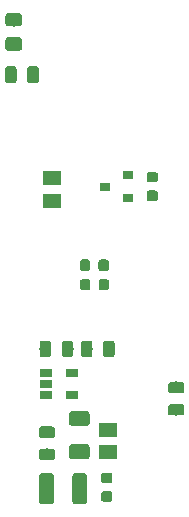
<source format=gtp>
G04 #@! TF.GenerationSoftware,KiCad,Pcbnew,(5.99.0-168-g9990dcc1b)*
G04 #@! TF.CreationDate,2019-12-17T14:25:06+03:00*
G04 #@! TF.ProjectId,SmartPartsIONBoard,536d6172-7450-4617-9274-73494f4e426f,rev?*
G04 #@! TF.SameCoordinates,Original*
G04 #@! TF.FileFunction,Paste,Top*
G04 #@! TF.FilePolarity,Positive*
%FSLAX46Y46*%
G04 Gerber Fmt 4.6, Leading zero omitted, Abs format (unit mm)*
G04 Created by KiCad (PCBNEW (5.99.0-168-g9990dcc1b)) date 2019-12-17 14:25:06*
%MOMM*%
%LPD*%
G04 APERTURE LIST*
%ADD10R,1.060000X0.650000*%
%ADD11C,0.100000*%
%ADD12C,0.975000*%
%ADD13R,0.900000X0.800000*%
%ADD14C,1.150000*%
%ADD15C,0.875000*%
%ADD16R,1.500000X1.200000*%
%ADD17C,1.250000*%
G04 APERTURE END LIST*
D10*
X66310000Y-62600000D03*
X66310000Y-64500000D03*
X64110000Y-64500000D03*
X64110000Y-63550000D03*
X64110000Y-62600000D03*
D11*
G36*
X75699529Y-65258554D02*
G01*
X75778607Y-65311393D01*
X75831446Y-65390471D01*
X75850000Y-65483750D01*
X75850000Y-65971250D01*
X75831446Y-66064529D01*
X75778607Y-66143607D01*
X75699529Y-66196446D01*
X75606250Y-66215000D01*
X74693750Y-66215000D01*
X74600471Y-66196446D01*
X74521393Y-66143607D01*
X74468554Y-66064529D01*
X74450000Y-65971250D01*
X74450000Y-65483750D01*
X74468554Y-65390471D01*
X74521393Y-65311393D01*
X74600471Y-65258554D01*
X74693750Y-65240000D01*
X75606250Y-65240000D01*
X75699529Y-65258554D01*
X75699529Y-65258554D01*
G37*
D12*
X75150000Y-65727500D03*
D11*
G36*
X75699529Y-63383554D02*
G01*
X75778607Y-63436393D01*
X75831446Y-63515471D01*
X75850000Y-63608750D01*
X75850000Y-64096250D01*
X75831446Y-64189529D01*
X75778607Y-64268607D01*
X75699529Y-64321446D01*
X75606250Y-64340000D01*
X74693750Y-64340000D01*
X74600471Y-64321446D01*
X74521393Y-64268607D01*
X74468554Y-64189529D01*
X74450000Y-64096250D01*
X74450000Y-63608750D01*
X74468554Y-63515471D01*
X74521393Y-63436393D01*
X74600471Y-63383554D01*
X74693750Y-63365000D01*
X75606250Y-63365000D01*
X75699529Y-63383554D01*
X75699529Y-63383554D01*
G37*
D12*
X75150000Y-63852500D03*
D13*
X69080000Y-46850000D03*
X71080000Y-45900000D03*
X71080000Y-47800000D03*
D11*
G36*
X61935671Y-34194030D02*
G01*
X62016777Y-34248223D01*
X62070970Y-34329329D01*
X62090000Y-34424999D01*
X62090000Y-35075001D01*
X62070970Y-35170671D01*
X62016777Y-35251777D01*
X61935671Y-35305970D01*
X61840001Y-35325000D01*
X60939999Y-35325000D01*
X60844329Y-35305970D01*
X60763223Y-35251777D01*
X60709030Y-35170671D01*
X60690000Y-35075001D01*
X60690000Y-34424999D01*
X60709030Y-34329329D01*
X60763223Y-34248223D01*
X60844329Y-34194030D01*
X60939999Y-34175000D01*
X61840001Y-34175000D01*
X61935671Y-34194030D01*
X61935671Y-34194030D01*
G37*
D14*
X61390000Y-34750000D03*
D11*
G36*
X61935671Y-32144030D02*
G01*
X62016777Y-32198223D01*
X62070970Y-32279329D01*
X62090000Y-32374999D01*
X62090000Y-33025001D01*
X62070970Y-33120671D01*
X62016777Y-33201777D01*
X61935671Y-33255970D01*
X61840001Y-33275000D01*
X60939999Y-33275000D01*
X60844329Y-33255970D01*
X60763223Y-33201777D01*
X60709030Y-33120671D01*
X60690000Y-33025001D01*
X60690000Y-32374999D01*
X60709030Y-32279329D01*
X60763223Y-32198223D01*
X60844329Y-32144030D01*
X60939999Y-32125000D01*
X61840001Y-32125000D01*
X61935671Y-32144030D01*
X61935671Y-32144030D01*
G37*
D14*
X61390000Y-32700000D03*
D11*
G36*
X63364529Y-36668554D02*
G01*
X63443607Y-36721393D01*
X63496446Y-36800471D01*
X63515000Y-36893750D01*
X63515000Y-37806250D01*
X63496446Y-37899529D01*
X63443607Y-37978607D01*
X63364529Y-38031446D01*
X63271250Y-38050000D01*
X62783750Y-38050000D01*
X62690471Y-38031446D01*
X62611393Y-37978607D01*
X62558554Y-37899529D01*
X62540000Y-37806250D01*
X62540000Y-36893750D01*
X62558554Y-36800471D01*
X62611393Y-36721393D01*
X62690471Y-36668554D01*
X62783750Y-36650000D01*
X63271250Y-36650000D01*
X63364529Y-36668554D01*
X63364529Y-36668554D01*
G37*
D12*
X63027500Y-37350000D03*
D11*
G36*
X61489529Y-36668554D02*
G01*
X61568607Y-36721393D01*
X61621446Y-36800471D01*
X61640000Y-36893750D01*
X61640000Y-37806250D01*
X61621446Y-37899529D01*
X61568607Y-37978607D01*
X61489529Y-38031446D01*
X61396250Y-38050000D01*
X60908750Y-38050000D01*
X60815471Y-38031446D01*
X60736393Y-37978607D01*
X60683554Y-37899529D01*
X60665000Y-37806250D01*
X60665000Y-36893750D01*
X60683554Y-36800471D01*
X60736393Y-36721393D01*
X60815471Y-36668554D01*
X60908750Y-36650000D01*
X61396250Y-36650000D01*
X61489529Y-36668554D01*
X61489529Y-36668554D01*
G37*
D12*
X61152500Y-37350000D03*
D11*
G36*
X66284529Y-59898554D02*
G01*
X66363607Y-59951393D01*
X66416446Y-60030471D01*
X66435000Y-60123750D01*
X66435000Y-61036250D01*
X66416446Y-61129529D01*
X66363607Y-61208607D01*
X66284529Y-61261446D01*
X66191250Y-61280000D01*
X65703750Y-61280000D01*
X65610471Y-61261446D01*
X65531393Y-61208607D01*
X65478554Y-61129529D01*
X65460000Y-61036250D01*
X65460000Y-60123750D01*
X65478554Y-60030471D01*
X65531393Y-59951393D01*
X65610471Y-59898554D01*
X65703750Y-59880000D01*
X66191250Y-59880000D01*
X66284529Y-59898554D01*
X66284529Y-59898554D01*
G37*
D12*
X65947500Y-60580000D03*
D11*
G36*
X64409529Y-59898554D02*
G01*
X64488607Y-59951393D01*
X64541446Y-60030471D01*
X64560000Y-60123750D01*
X64560000Y-61036250D01*
X64541446Y-61129529D01*
X64488607Y-61208607D01*
X64409529Y-61261446D01*
X64316250Y-61280000D01*
X63828750Y-61280000D01*
X63735471Y-61261446D01*
X63656393Y-61208607D01*
X63603554Y-61129529D01*
X63585000Y-61036250D01*
X63585000Y-60123750D01*
X63603554Y-60030471D01*
X63656393Y-59951393D01*
X63735471Y-59898554D01*
X63828750Y-59880000D01*
X64316250Y-59880000D01*
X64409529Y-59898554D01*
X64409529Y-59898554D01*
G37*
D12*
X64072500Y-60580000D03*
D11*
G36*
X67909529Y-59898554D02*
G01*
X67988607Y-59951393D01*
X68041446Y-60030471D01*
X68060000Y-60123750D01*
X68060000Y-61036250D01*
X68041446Y-61129529D01*
X67988607Y-61208607D01*
X67909529Y-61261446D01*
X67816250Y-61280000D01*
X67328750Y-61280000D01*
X67235471Y-61261446D01*
X67156393Y-61208607D01*
X67103554Y-61129529D01*
X67085000Y-61036250D01*
X67085000Y-60123750D01*
X67103554Y-60030471D01*
X67156393Y-59951393D01*
X67235471Y-59898554D01*
X67328750Y-59880000D01*
X67816250Y-59880000D01*
X67909529Y-59898554D01*
X67909529Y-59898554D01*
G37*
D12*
X67572500Y-60580000D03*
D11*
G36*
X69784529Y-59898554D02*
G01*
X69863607Y-59951393D01*
X69916446Y-60030471D01*
X69935000Y-60123750D01*
X69935000Y-61036250D01*
X69916446Y-61129529D01*
X69863607Y-61208607D01*
X69784529Y-61261446D01*
X69691250Y-61280000D01*
X69203750Y-61280000D01*
X69110471Y-61261446D01*
X69031393Y-61208607D01*
X68978554Y-61129529D01*
X68960000Y-61036250D01*
X68960000Y-60123750D01*
X68978554Y-60030471D01*
X69031393Y-59951393D01*
X69110471Y-59898554D01*
X69203750Y-59880000D01*
X69691250Y-59880000D01*
X69784529Y-59898554D01*
X69784529Y-59898554D01*
G37*
D12*
X69447500Y-60580000D03*
D11*
G36*
X64759529Y-69048554D02*
G01*
X64838607Y-69101393D01*
X64891446Y-69180471D01*
X64910000Y-69273750D01*
X64910000Y-69761250D01*
X64891446Y-69854529D01*
X64838607Y-69933607D01*
X64759529Y-69986446D01*
X64666250Y-70005000D01*
X63753750Y-70005000D01*
X63660471Y-69986446D01*
X63581393Y-69933607D01*
X63528554Y-69854529D01*
X63510000Y-69761250D01*
X63510000Y-69273750D01*
X63528554Y-69180471D01*
X63581393Y-69101393D01*
X63660471Y-69048554D01*
X63753750Y-69030000D01*
X64666250Y-69030000D01*
X64759529Y-69048554D01*
X64759529Y-69048554D01*
G37*
D12*
X64210000Y-69517500D03*
D11*
G36*
X64759529Y-67173554D02*
G01*
X64838607Y-67226393D01*
X64891446Y-67305471D01*
X64910000Y-67398750D01*
X64910000Y-67886250D01*
X64891446Y-67979529D01*
X64838607Y-68058607D01*
X64759529Y-68111446D01*
X64666250Y-68130000D01*
X63753750Y-68130000D01*
X63660471Y-68111446D01*
X63581393Y-68058607D01*
X63528554Y-67979529D01*
X63510000Y-67886250D01*
X63510000Y-67398750D01*
X63528554Y-67305471D01*
X63581393Y-67226393D01*
X63660471Y-67173554D01*
X63753750Y-67155000D01*
X64666250Y-67155000D01*
X64759529Y-67173554D01*
X64759529Y-67173554D01*
G37*
D12*
X64210000Y-67642500D03*
D11*
G36*
X69619962Y-71081651D02*
G01*
X69690930Y-71129070D01*
X69738349Y-71200038D01*
X69755000Y-71283750D01*
X69755000Y-71721250D01*
X69738349Y-71804962D01*
X69690930Y-71875930D01*
X69619962Y-71923349D01*
X69536250Y-71940000D01*
X69023750Y-71940000D01*
X68940038Y-71923349D01*
X68869070Y-71875930D01*
X68821651Y-71804962D01*
X68805000Y-71721250D01*
X68805000Y-71283750D01*
X68821651Y-71200038D01*
X68869070Y-71129070D01*
X68940038Y-71081651D01*
X69023750Y-71065000D01*
X69536250Y-71065000D01*
X69619962Y-71081651D01*
X69619962Y-71081651D01*
G37*
D15*
X69280000Y-71502500D03*
D11*
G36*
X69619962Y-72656651D02*
G01*
X69690930Y-72704070D01*
X69738349Y-72775038D01*
X69755000Y-72858750D01*
X69755000Y-73296250D01*
X69738349Y-73379962D01*
X69690930Y-73450930D01*
X69619962Y-73498349D01*
X69536250Y-73515000D01*
X69023750Y-73515000D01*
X68940038Y-73498349D01*
X68869070Y-73450930D01*
X68821651Y-73379962D01*
X68805000Y-73296250D01*
X68805000Y-72858750D01*
X68821651Y-72775038D01*
X68869070Y-72704070D01*
X68940038Y-72656651D01*
X69023750Y-72640000D01*
X69536250Y-72640000D01*
X69619962Y-72656651D01*
X69619962Y-72656651D01*
G37*
D15*
X69280000Y-73077500D03*
D11*
G36*
X69309962Y-53031651D02*
G01*
X69380930Y-53079070D01*
X69428349Y-53150038D01*
X69445000Y-53233750D01*
X69445000Y-53746250D01*
X69428349Y-53829962D01*
X69380930Y-53900930D01*
X69309962Y-53948349D01*
X69226250Y-53965000D01*
X68788750Y-53965000D01*
X68705038Y-53948349D01*
X68634070Y-53900930D01*
X68586651Y-53829962D01*
X68570000Y-53746250D01*
X68570000Y-53233750D01*
X68586651Y-53150038D01*
X68634070Y-53079070D01*
X68705038Y-53031651D01*
X68788750Y-53015000D01*
X69226250Y-53015000D01*
X69309962Y-53031651D01*
X69309962Y-53031651D01*
G37*
D15*
X69007500Y-53490000D03*
D11*
G36*
X67734962Y-53031651D02*
G01*
X67805930Y-53079070D01*
X67853349Y-53150038D01*
X67870000Y-53233750D01*
X67870000Y-53746250D01*
X67853349Y-53829962D01*
X67805930Y-53900930D01*
X67734962Y-53948349D01*
X67651250Y-53965000D01*
X67213750Y-53965000D01*
X67130038Y-53948349D01*
X67059070Y-53900930D01*
X67011651Y-53829962D01*
X66995000Y-53746250D01*
X66995000Y-53233750D01*
X67011651Y-53150038D01*
X67059070Y-53079070D01*
X67130038Y-53031651D01*
X67213750Y-53015000D01*
X67651250Y-53015000D01*
X67734962Y-53031651D01*
X67734962Y-53031651D01*
G37*
D15*
X67432500Y-53490000D03*
D11*
G36*
X67754962Y-54671651D02*
G01*
X67825930Y-54719070D01*
X67873349Y-54790038D01*
X67890000Y-54873750D01*
X67890000Y-55386250D01*
X67873349Y-55469962D01*
X67825930Y-55540930D01*
X67754962Y-55588349D01*
X67671250Y-55605000D01*
X67233750Y-55605000D01*
X67150038Y-55588349D01*
X67079070Y-55540930D01*
X67031651Y-55469962D01*
X67015000Y-55386250D01*
X67015000Y-54873750D01*
X67031651Y-54790038D01*
X67079070Y-54719070D01*
X67150038Y-54671651D01*
X67233750Y-54655000D01*
X67671250Y-54655000D01*
X67754962Y-54671651D01*
X67754962Y-54671651D01*
G37*
D15*
X67452500Y-55130000D03*
D11*
G36*
X69329962Y-54671651D02*
G01*
X69400930Y-54719070D01*
X69448349Y-54790038D01*
X69465000Y-54873750D01*
X69465000Y-55386250D01*
X69448349Y-55469962D01*
X69400930Y-55540930D01*
X69329962Y-55588349D01*
X69246250Y-55605000D01*
X68808750Y-55605000D01*
X68725038Y-55588349D01*
X68654070Y-55540930D01*
X68606651Y-55469962D01*
X68590000Y-55386250D01*
X68590000Y-54873750D01*
X68606651Y-54790038D01*
X68654070Y-54719070D01*
X68725038Y-54671651D01*
X68808750Y-54655000D01*
X69246250Y-54655000D01*
X69329962Y-54671651D01*
X69329962Y-54671651D01*
G37*
D15*
X69027500Y-55130000D03*
D11*
G36*
X73469962Y-45614151D02*
G01*
X73540930Y-45661570D01*
X73588349Y-45732538D01*
X73605000Y-45816250D01*
X73605000Y-46253750D01*
X73588349Y-46337462D01*
X73540930Y-46408430D01*
X73469962Y-46455849D01*
X73386250Y-46472500D01*
X72873750Y-46472500D01*
X72790038Y-46455849D01*
X72719070Y-46408430D01*
X72671651Y-46337462D01*
X72655000Y-46253750D01*
X72655000Y-45816250D01*
X72671651Y-45732538D01*
X72719070Y-45661570D01*
X72790038Y-45614151D01*
X72873750Y-45597500D01*
X73386250Y-45597500D01*
X73469962Y-45614151D01*
X73469962Y-45614151D01*
G37*
D15*
X73130000Y-46035000D03*
D11*
G36*
X73469962Y-47189151D02*
G01*
X73540930Y-47236570D01*
X73588349Y-47307538D01*
X73605000Y-47391250D01*
X73605000Y-47828750D01*
X73588349Y-47912462D01*
X73540930Y-47983430D01*
X73469962Y-48030849D01*
X73386250Y-48047500D01*
X72873750Y-48047500D01*
X72790038Y-48030849D01*
X72719070Y-47983430D01*
X72671651Y-47912462D01*
X72655000Y-47828750D01*
X72655000Y-47391250D01*
X72671651Y-47307538D01*
X72719070Y-47236570D01*
X72790038Y-47189151D01*
X72873750Y-47172500D01*
X73386250Y-47172500D01*
X73469962Y-47189151D01*
X73469962Y-47189151D01*
G37*
D15*
X73130000Y-47610000D03*
D16*
X64660000Y-48030000D03*
X64660000Y-46130000D03*
X69350000Y-67440000D03*
X69350000Y-69340000D03*
D11*
G36*
X67660671Y-68654030D02*
G01*
X67741777Y-68708223D01*
X67795970Y-68789329D01*
X67815000Y-68885000D01*
X67815000Y-69635000D01*
X67795970Y-69730671D01*
X67741777Y-69811777D01*
X67660671Y-69865970D01*
X67565000Y-69885000D01*
X66315000Y-69885000D01*
X66219329Y-69865970D01*
X66138223Y-69811777D01*
X66084030Y-69730671D01*
X66065000Y-69635000D01*
X66065000Y-68885000D01*
X66084030Y-68789329D01*
X66138223Y-68708223D01*
X66219329Y-68654030D01*
X66315000Y-68635000D01*
X67565000Y-68635000D01*
X67660671Y-68654030D01*
X67660671Y-68654030D01*
G37*
D17*
X66940000Y-69260000D03*
D11*
G36*
X67660671Y-65854030D02*
G01*
X67741777Y-65908223D01*
X67795970Y-65989329D01*
X67815000Y-66085000D01*
X67815000Y-66835000D01*
X67795970Y-66930671D01*
X67741777Y-67011777D01*
X67660671Y-67065970D01*
X67565000Y-67085000D01*
X66315000Y-67085000D01*
X66219329Y-67065970D01*
X66138223Y-67011777D01*
X66084030Y-66930671D01*
X66065000Y-66835000D01*
X66065000Y-66085000D01*
X66084030Y-65989329D01*
X66138223Y-65908223D01*
X66219329Y-65854030D01*
X66315000Y-65835000D01*
X67565000Y-65835000D01*
X67660671Y-65854030D01*
X67660671Y-65854030D01*
G37*
D17*
X66940000Y-66460000D03*
D11*
G36*
X64650671Y-71094030D02*
G01*
X64731777Y-71148223D01*
X64785970Y-71229329D01*
X64805000Y-71325000D01*
X64805000Y-73475000D01*
X64785970Y-73570671D01*
X64731777Y-73651777D01*
X64650671Y-73705970D01*
X64555000Y-73725000D01*
X63805000Y-73725000D01*
X63709329Y-73705970D01*
X63628223Y-73651777D01*
X63574030Y-73570671D01*
X63555000Y-73475000D01*
X63555000Y-71325000D01*
X63574030Y-71229329D01*
X63628223Y-71148223D01*
X63709329Y-71094030D01*
X63805000Y-71075000D01*
X64555000Y-71075000D01*
X64650671Y-71094030D01*
X64650671Y-71094030D01*
G37*
D17*
X64180000Y-72400000D03*
D11*
G36*
X67450671Y-71094030D02*
G01*
X67531777Y-71148223D01*
X67585970Y-71229329D01*
X67605000Y-71325000D01*
X67605000Y-73475000D01*
X67585970Y-73570671D01*
X67531777Y-73651777D01*
X67450671Y-73705970D01*
X67355000Y-73725000D01*
X66605000Y-73725000D01*
X66509329Y-73705970D01*
X66428223Y-73651777D01*
X66374030Y-73570671D01*
X66355000Y-73475000D01*
X66355000Y-71325000D01*
X66374030Y-71229329D01*
X66428223Y-71148223D01*
X66509329Y-71094030D01*
X66605000Y-71075000D01*
X67355000Y-71075000D01*
X67450671Y-71094030D01*
X67450671Y-71094030D01*
G37*
D17*
X66980000Y-72400000D03*
M02*

</source>
